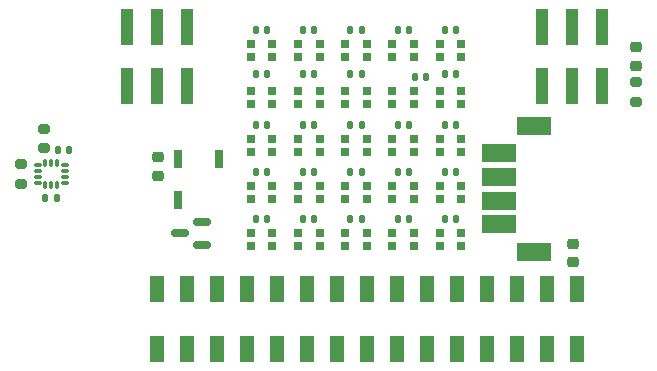
<source format=gbr>
%TF.GenerationSoftware,KiCad,Pcbnew,8.0.5-8.0.5-0~ubuntu22.04.1*%
%TF.CreationDate,2024-11-27T13:58:37+01:00*%
%TF.ProjectId,nerdYcontroller,6e657264-5963-46f6-9e74-726f6c6c6572,rev?*%
%TF.SameCoordinates,Original*%
%TF.FileFunction,Paste,Top*%
%TF.FilePolarity,Positive*%
%FSLAX46Y46*%
G04 Gerber Fmt 4.6, Leading zero omitted, Abs format (unit mm)*
G04 Created by KiCad (PCBNEW 8.0.5-8.0.5-0~ubuntu22.04.1) date 2024-11-27 13:58:37*
%MOMM*%
%LPD*%
G01*
G04 APERTURE LIST*
G04 Aperture macros list*
%AMRoundRect*
0 Rectangle with rounded corners*
0 $1 Rounding radius*
0 $2 $3 $4 $5 $6 $7 $8 $9 X,Y pos of 4 corners*
0 Add a 4 corners polygon primitive as box body*
4,1,4,$2,$3,$4,$5,$6,$7,$8,$9,$2,$3,0*
0 Add four circle primitives for the rounded corners*
1,1,$1+$1,$2,$3*
1,1,$1+$1,$4,$5*
1,1,$1+$1,$6,$7*
1,1,$1+$1,$8,$9*
0 Add four rect primitives between the rounded corners*
20,1,$1+$1,$2,$3,$4,$5,0*
20,1,$1+$1,$4,$5,$6,$7,0*
20,1,$1+$1,$6,$7,$8,$9,0*
20,1,$1+$1,$8,$9,$2,$3,0*%
G04 Aperture macros list end*
%ADD10RoundRect,0.140000X0.140000X0.170000X-0.140000X0.170000X-0.140000X-0.170000X0.140000X-0.170000X0*%
%ADD11R,0.700000X0.700000*%
%ADD12R,1.270000X2.290000*%
%ADD13R,1.000000X3.150000*%
%ADD14RoundRect,0.087500X-0.225000X-0.087500X0.225000X-0.087500X0.225000X0.087500X-0.225000X0.087500X0*%
%ADD15RoundRect,0.087500X-0.087500X-0.225000X0.087500X-0.225000X0.087500X0.225000X-0.087500X0.225000X0*%
%ADD16RoundRect,0.140000X-0.140000X-0.170000X0.140000X-0.170000X0.140000X0.170000X-0.140000X0.170000X0*%
%ADD17RoundRect,0.218750X-0.256250X0.218750X-0.256250X-0.218750X0.256250X-0.218750X0.256250X0.218750X0*%
%ADD18RoundRect,0.225000X0.250000X-0.225000X0.250000X0.225000X-0.250000X0.225000X-0.250000X-0.225000X0*%
%ADD19R,0.800000X1.500000*%
%ADD20R,3.000000X1.500000*%
%ADD21R,3.000000X1.600000*%
%ADD22RoundRect,0.200000X0.275000X-0.200000X0.275000X0.200000X-0.275000X0.200000X-0.275000X-0.200000X0*%
%ADD23RoundRect,0.225000X-0.250000X0.225000X-0.250000X-0.225000X0.250000X-0.225000X0.250000X0.225000X0*%
%ADD24RoundRect,0.200000X-0.275000X0.200000X-0.275000X-0.200000X0.275000X-0.200000X0.275000X0.200000X0*%
%ADD25RoundRect,0.150000X0.587500X0.150000X-0.587500X0.150000X-0.587500X-0.150000X0.587500X-0.150000X0*%
G04 APERTURE END LIST*
D10*
%TO.C,C401*%
X7569710Y15250000D03*
X6609710Y15250000D03*
%TD*%
D11*
%TO.C,D408*%
X4004710Y8947876D03*
X4004710Y10047876D03*
X2174710Y10047876D03*
X2174710Y8947876D03*
%TD*%
%TO.C,D406*%
X4710Y8947876D03*
X4710Y10047876D03*
X-1825290Y10047876D03*
X-1825290Y8947876D03*
%TD*%
%TO.C,D419*%
X4004710Y947876D03*
X4004710Y2047876D03*
X2174710Y2047876D03*
X2174710Y947876D03*
%TD*%
D12*
%TO.C,J304*%
X17780000Y-11725000D03*
X17780000Y-6675000D03*
X15240000Y-11725000D03*
X15240000Y-6675000D03*
X12700000Y-11725000D03*
X12700000Y-6675000D03*
X10160000Y-11725000D03*
X10160000Y-6675000D03*
X7620000Y-11725000D03*
X7620000Y-6675000D03*
X5080000Y-11725000D03*
X5080000Y-6675000D03*
X2540000Y-11725000D03*
X2540000Y-6675000D03*
X0Y-11725000D03*
X0Y-6675000D03*
X-2540000Y-11725000D03*
X-2540000Y-6675000D03*
X-5080000Y-11725000D03*
X-5080000Y-6675000D03*
X-7620000Y-11725000D03*
X-7620000Y-6675000D03*
X-10160000Y-11725000D03*
X-10160000Y-6675000D03*
X-12700000Y-11725000D03*
X-12700000Y-6675000D03*
X-15240000Y-11725000D03*
X-15240000Y-6675000D03*
X-17780000Y-11725000D03*
X-17780000Y-6675000D03*
%TD*%
D13*
%TO.C,J302*%
X14860000Y10475000D03*
X14860000Y15525000D03*
X17400000Y10475000D03*
X17400000Y15525000D03*
X19940000Y10475000D03*
X19940000Y15525000D03*
%TD*%
D11*
%TO.C,D421*%
X6174710Y-1952124D03*
X6174710Y-3052124D03*
X8004710Y-3052124D03*
X8004710Y-1952124D03*
%TD*%
D10*
%TO.C,C412*%
X3569710Y7250000D03*
X2609710Y7250000D03*
%TD*%
D11*
%TO.C,D414*%
X-5825290Y6047876D03*
X-5825290Y4947876D03*
X-3995290Y4947876D03*
X-3995290Y6047876D03*
%TD*%
D14*
%TO.C,U301*%
X-27862500Y3800000D03*
X-27862500Y3300000D03*
X-27862500Y2800000D03*
X-27862500Y2300000D03*
D15*
X-27200000Y2137500D03*
X-26700000Y2137500D03*
X-26200000Y2137500D03*
D14*
X-25537500Y2300000D03*
X-25537500Y2800000D03*
X-25537500Y3300000D03*
X-25537500Y3800000D03*
D15*
X-26200000Y3962500D03*
X-26700000Y3962500D03*
X-27200000Y3962500D03*
%TD*%
D11*
%TO.C,D409*%
X-9825290Y14047876D03*
X-9825290Y12947876D03*
X-7995290Y12947876D03*
X-7995290Y14047876D03*
%TD*%
D13*
%TO.C,J301*%
X-15260000Y15525000D03*
X-15260000Y10475000D03*
X-17800000Y15525000D03*
X-17800000Y10475000D03*
X-20340000Y15525000D03*
X-20340000Y10475000D03*
%TD*%
D11*
%TO.C,D424*%
X-5825290Y-1952124D03*
X-5825290Y-3052124D03*
X-3995290Y-3052124D03*
X-3995290Y-1952124D03*
%TD*%
D10*
%TO.C,C301*%
X-25170000Y5050000D03*
X-26130000Y5050000D03*
%TD*%
D11*
%TO.C,D416*%
X-7995290Y947876D03*
X-7995290Y2047876D03*
X-9825290Y2047876D03*
X-9825290Y947876D03*
%TD*%
D10*
%TO.C,C302*%
X-26250000Y1050000D03*
X-27210000Y1050000D03*
%TD*%
D16*
%TO.C,C406*%
X-1390290Y11497876D03*
X-430290Y11497876D03*
%TD*%
D11*
%TO.C,D422*%
X2174710Y-1952124D03*
X2174710Y-3052124D03*
X4004710Y-3052124D03*
X4004710Y-1952124D03*
%TD*%
D10*
%TO.C,C405*%
X-430290Y15282000D03*
X-1390290Y15282000D03*
%TD*%
D17*
%TO.C,D301*%
X22800000Y13787500D03*
X22800000Y12212500D03*
%TD*%
D11*
%TO.C,D423*%
X-1825290Y-1952124D03*
X-1825290Y-3052124D03*
X4710Y-3052124D03*
X4710Y-1952124D03*
%TD*%
D10*
%TO.C,C409*%
X-8430290Y15250000D03*
X-9390290Y15250000D03*
%TD*%
%TO.C,C415*%
X-8430290Y7250000D03*
X-9390290Y7250000D03*
%TD*%
D16*
%TO.C,C417*%
X-5390290Y3250000D03*
X-4430290Y3250000D03*
%TD*%
D18*
%TO.C,C101*%
X17500000Y-4375000D03*
X17500000Y-2825000D03*
%TD*%
D16*
%TO.C,C408*%
X4050000Y11300000D03*
X5010000Y11300000D03*
%TD*%
%TO.C,C419*%
X2609710Y3250000D03*
X3569710Y3250000D03*
%TD*%
D19*
%TO.C,BZ301*%
X-16000000Y4350000D03*
X-16000000Y850000D03*
X-12500000Y4350000D03*
%TD*%
D20*
%TO.C,J303*%
X11200000Y4800000D03*
X11200000Y2800000D03*
X11200000Y800000D03*
X11200000Y-1200000D03*
D21*
X14200000Y7150000D03*
X14200000Y-3550000D03*
%TD*%
D16*
%TO.C,C416*%
X-9390290Y3250000D03*
X-8430290Y3250000D03*
%TD*%
D22*
%TO.C,R309*%
X22800000Y9175000D03*
X22800000Y10825000D03*
%TD*%
D23*
%TO.C,C305*%
X-17650000Y4475000D03*
X-17650000Y2925000D03*
%TD*%
D11*
%TO.C,D413*%
X-1825290Y6047876D03*
X-1825290Y4947876D03*
X4710Y4947876D03*
X4710Y6047876D03*
%TD*%
D10*
%TO.C,C411*%
X7569710Y7250000D03*
X6609710Y7250000D03*
%TD*%
%TO.C,C421*%
X7569710Y-750000D03*
X6609710Y-750000D03*
%TD*%
D11*
%TO.C,D407*%
X-5825290Y14047876D03*
X-5825290Y12947876D03*
X-3995290Y12947876D03*
X-3995290Y14047876D03*
%TD*%
D16*
%TO.C,C418*%
X-1390290Y3250000D03*
X-430290Y3250000D03*
%TD*%
D11*
%TO.C,D411*%
X6174710Y6047876D03*
X6174710Y4947876D03*
X8004710Y4947876D03*
X8004710Y6047876D03*
%TD*%
%TO.C,D401*%
X6174710Y14047876D03*
X6174710Y12947876D03*
X8004710Y12947876D03*
X8004710Y14047876D03*
%TD*%
%TO.C,D404*%
X-3995290Y8947876D03*
X-3995290Y10047876D03*
X-5825290Y10047876D03*
X-5825290Y8947876D03*
%TD*%
D22*
%TO.C,R301*%
X-29250000Y2250000D03*
X-29250000Y3900000D03*
%TD*%
D11*
%TO.C,D415*%
X-9825290Y6047876D03*
X-9825290Y4947876D03*
X-7995290Y4947876D03*
X-7995290Y6047876D03*
%TD*%
D16*
%TO.C,C410*%
X6609710Y11497876D03*
X7569710Y11497876D03*
%TD*%
D11*
%TO.C,D417*%
X-3995290Y947876D03*
X-3995290Y2047876D03*
X-5825290Y2047876D03*
X-5825290Y947876D03*
%TD*%
%TO.C,D405*%
X-1825290Y14047876D03*
X-1825290Y12947876D03*
X4710Y12947876D03*
X4710Y14047876D03*
%TD*%
D24*
%TO.C,R302*%
X-27300000Y6875000D03*
X-27300000Y5225000D03*
%TD*%
D11*
%TO.C,D425*%
X-9825290Y-1952124D03*
X-9825290Y-3052124D03*
X-7995290Y-3052124D03*
X-7995290Y-1952124D03*
%TD*%
D10*
%TO.C,C413*%
X-430290Y7250000D03*
X-1390290Y7250000D03*
%TD*%
D11*
%TO.C,D420*%
X8004710Y947876D03*
X8004710Y2047876D03*
X6174710Y2047876D03*
X6174710Y947876D03*
%TD*%
D10*
%TO.C,C407*%
X-4430290Y15250000D03*
X-5390290Y15250000D03*
%TD*%
D11*
%TO.C,D403*%
X2174710Y14047876D03*
X2174710Y12947876D03*
X4004710Y12947876D03*
X4004710Y14047876D03*
%TD*%
D10*
%TO.C,C403*%
X3569710Y15250000D03*
X2609710Y15250000D03*
%TD*%
%TO.C,C425*%
X-8430290Y-750000D03*
X-9390290Y-750000D03*
%TD*%
%TO.C,C423*%
X-430290Y-750000D03*
X-1390290Y-750000D03*
%TD*%
D11*
%TO.C,D410*%
X8004710Y8947876D03*
X8004710Y10047876D03*
X6174710Y10047876D03*
X6174710Y8947876D03*
%TD*%
D16*
%TO.C,C420*%
X6609710Y3250000D03*
X7569710Y3250000D03*
%TD*%
%TO.C,C402*%
X-9390290Y11497876D03*
X-8430290Y11497876D03*
%TD*%
D11*
%TO.C,D402*%
X-7995290Y8947876D03*
X-7995290Y10047876D03*
X-9825290Y10047876D03*
X-9825290Y8947876D03*
%TD*%
%TO.C,D412*%
X2174710Y6047876D03*
X2174710Y4947876D03*
X4004710Y4947876D03*
X4004710Y6047876D03*
%TD*%
D10*
%TO.C,C422*%
X3569710Y-750000D03*
X2609710Y-750000D03*
%TD*%
D11*
%TO.C,D418*%
X4710Y947876D03*
X4710Y2047876D03*
X-1825290Y2047876D03*
X-1825290Y947876D03*
%TD*%
D25*
%TO.C,Q301*%
X-13962500Y-2912500D03*
X-13962500Y-1012500D03*
X-15837500Y-1962500D03*
%TD*%
D10*
%TO.C,C424*%
X-4430290Y-750000D03*
X-5390290Y-750000D03*
%TD*%
D16*
%TO.C,C404*%
X-5390290Y11497876D03*
X-4430290Y11497876D03*
%TD*%
D10*
%TO.C,C414*%
X-4430290Y7250000D03*
X-5390290Y7250000D03*
%TD*%
M02*

</source>
